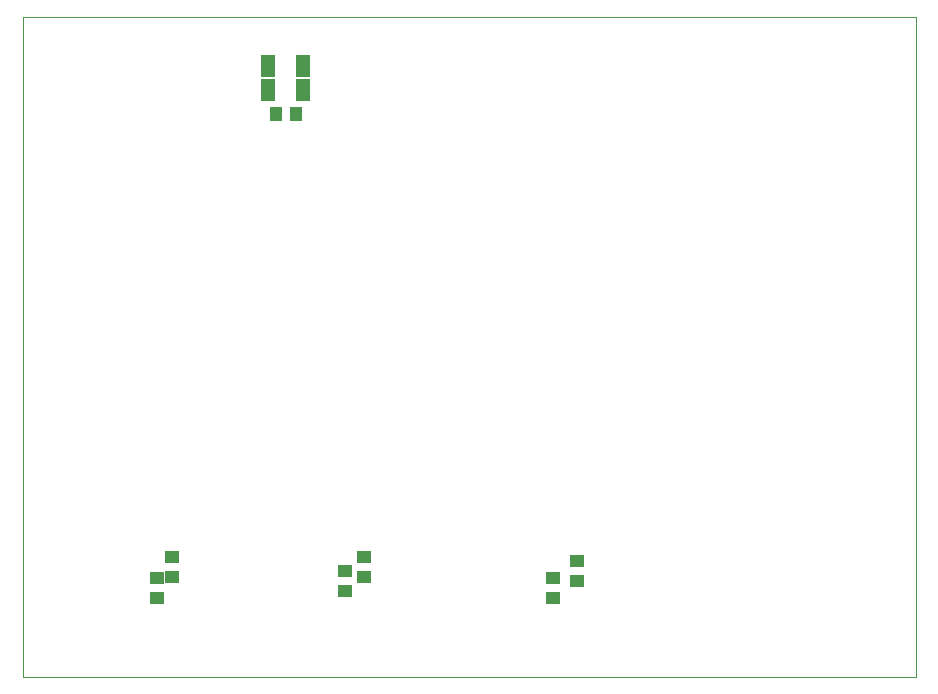
<source format=gbp>
G04 Layer_Color=16770453*
%FSLAX25Y25*%
%MOIN*%
G70*
G01*
G75*
%ADD42C,0.00394*%
%ADD59R,0.04331X0.04724*%
%ADD65R,0.04724X0.04331*%
%ADD119R,0.04724X0.07480*%
D42*
Y234529D02*
X297521D01*
X0D02*
Y454447D01*
X297521D01*
Y234529D02*
Y454447D01*
D59*
X91043Y422146D02*
D03*
X84350D02*
D03*
D65*
X49606Y267913D02*
D03*
Y274606D02*
D03*
X44700Y267446D02*
D03*
Y260754D02*
D03*
X107300Y269847D02*
D03*
Y263154D02*
D03*
X113780Y267914D02*
D03*
Y274606D02*
D03*
X176600Y267547D02*
D03*
Y260854D02*
D03*
X184646Y266339D02*
D03*
Y273031D02*
D03*
D119*
X81693Y430020D02*
D03*
X93504D02*
D03*
X81595Y438091D02*
D03*
X93405D02*
D03*
M02*

</source>
